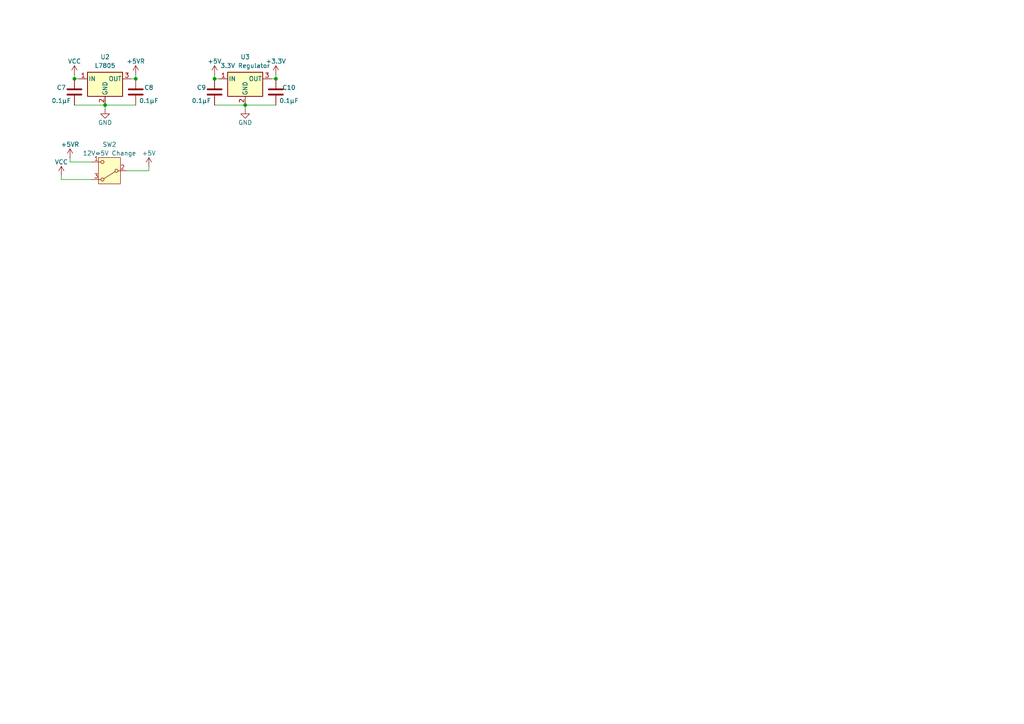
<source format=kicad_sch>
(kicad_sch (version 20250114) (generator "eeschema") (generator_version "9.0")
  (paper "A4")
  (lib_symbols
    (symbol "Device:C" (pin_numbers (hide yes)) (pin_names (offset 0.254))
      (property "Reference" "C" (at 0.635 2.54 0))
      (property "Value" "C" (at 0.635 -2.54 0))
      (symbol "C_0_1"
        (polyline (pts (xy -2.032 0.762) (xy 2.032 0.762)) (stroke (width 0.508)))
        (polyline (pts (xy -2.032 -0.762) (xy 2.032 -0.762)) (stroke (width 0.508)))
      )
      (symbol "C_1_1"
        (pin passive line (at 0 3.81 270) (length 2.794) (name "~") (number "1"))
        (pin passive line (at 0 -3.81 90) (length 2.794) (name "~") (number "2"))
      )
    )
    (symbol "Regulator_Linear:L7805" (pin_names (offset 0.254))
      (property "Reference" "U" (at -3.81 3.175 0))
      (property "Value" "L7805" (at 0 3.175 0))
      (symbol "L7805_0_1"
        (rectangle (start -5.08 1.905) (end 5.08 -5.08) (stroke (width 0.254)) (fill (type background)))
      )
      (symbol "L7805_1_1"
        (pin power_in line (at -7.62 0 0) (length 2.54) (name "IN") (number "1"))
        (pin power_in line (at 0 -7.62 90) (length 2.54) (name "GND") (number "2"))
        (pin power_out line (at 7.62 0 180) (length 2.54) (name "OUT") (number "3"))
      )
    )
    (symbol "Switch:SW_Nidec_CAS-120A1" (pin_names (offset 1) (hide yes))
      (property "Reference" "SW" (at 0 4.318 0))
      (property "Value" "SW_Nidec_CAS-120A1" (at 0 -5.08 0))
      (symbol "SW_Nidec_CAS-120A1_0_1"
        (circle (center -2.032 0) (radius 0.4572))
        (polyline (pts (xy -1.651 0.254) (xy 1.651 2.286)))
        (circle (center 2.032 2.54) (radius 0.4572))
        (circle (center 2.032 -2.54) (radius 0.4572))
      )
      (symbol "SW_Nidec_CAS-120A1_1_1"
        (rectangle (start -3.175 3.81) (end 3.175 -3.81) (fill (type background)))
        (pin passive line (at -5.08 0 0) (length 2.54) (name "B") (number "2"))
        (pin passive line (at 5.08 2.54 180) (length 2.54) (name "A") (number "3"))
        (pin passive line (at 5.08 -2.54 180) (length 2.54) (name "C") (number "1"))
      )
    )
    (symbol "power:+5V" (power) (pin_numbers (hide yes)) (pin_names (offset 0) (hide yes))
      (property "Value" "+5V" (at 0 3.556 0))
      (symbol "+5V_0_1"
        (polyline (pts (xy -0.762 1.27) (xy 0 2.54)))
        (polyline (pts (xy 0 2.54) (xy 0.762 1.27)))
        (polyline (pts (xy 0 0) (xy 0 2.54)))
      )
      (symbol "+5V_1_1"
        (pin power_in line (at 0 0 90) (length 0) (name "~") (number "1"))
      )
    )
    (symbol "power:GND" (power) (pin_numbers (hide yes)) (pin_names (offset 0) (hide yes))
      (property "Value" "GND" (at 0 -3.81 0))
      (symbol "GND_0_1"
        (polyline (pts (xy 0 0) (xy 0 -1.27) (xy 1.27 -1.27) (xy 0 -2.54) (xy -1.27 -1.27) (xy 0 -1.27)))
      )
      (symbol "GND_1_1"
        (pin power_in line (at 0 0 270) (length 0) (name "~") (number "1"))
      )
    )
    (symbol "power:VCC" (power) (pin_numbers (hide yes)) (pin_names (offset 0) (hide yes))
      (property "Value" "VCC" (at 0 3.556 0))
      (symbol "VCC_0_1"
        (polyline (pts (xy -0.762 1.27) (xy 0 2.54)))
        (polyline (pts (xy 0 2.54) (xy 0.762 1.27)))
        (polyline (pts (xy 0 0) (xy 0 2.54)))
      )
      (symbol "VCC_1_1"
        (pin power_in line (at 0 0 90) (length 0) (name "~") (number "1"))
      )
    )
  )
  (junction (at 39.37 22.86))
  (junction (at 30.48 30.48))
  (junction (at 21.59 22.86))
  (junction (at 71.12 30.48))
  (junction (at 80.01 22.86))
  (junction (at 62.23 22.86))
  (wire (pts (xy 39.37 22.86) (xy 38.1 22.86)))
  (wire (pts (xy 62.23 21.59) (xy 62.23 22.86)))
  (wire (pts (xy 20.32 46.99) (xy 20.32 45.72)))
  (wire (pts (xy 21.59 22.86) (xy 22.86 22.86)))
  (wire (pts (xy 43.18 49.53) (xy 36.83 49.53)))
  (wire (pts (xy 43.18 48.26) (xy 43.18 49.53)))
  (wire (pts (xy 30.48 30.48) (xy 39.37 30.48)))
  (wire (pts (xy 62.23 30.48) (xy 71.12 30.48)))
  (wire (pts (xy 30.48 30.48) (xy 30.48 31.75)))
  (wire (pts (xy 80.01 21.59) (xy 80.01 22.86)))
  (wire (pts (xy 17.78 50.8) (xy 17.78 52.07)))
  (wire (pts (xy 80.01 22.86) (xy 78.74 22.86)))
  (wire (pts (xy 20.32 46.99) (xy 26.67 46.99)))
  (wire (pts (xy 62.23 22.86) (xy 63.5 22.86)))
  (wire (pts (xy 21.59 30.48) (xy 30.48 30.48)))
  (wire (pts (xy 39.37 21.59) (xy 39.37 22.86)))
  (wire (pts (xy 71.12 30.48) (xy 80.01 30.48)))
  (wire (pts (xy 71.12 30.48) (xy 71.12 31.75)))
  (wire (pts (xy 21.59 21.59) (xy 21.59 22.86)))
  (wire (pts (xy 17.78 52.07) (xy 26.67 52.07)))
  (symbol (lib_id "power:VCC") (at 62.23 21.59 0) (unit 1)
    (property "Reference" "#PWR015" (effects (hide yes)))
    (property "Value" "+5V" (at 62.23 17.78 0))
    (property "Description" "Power symbol creates a global label with name \"VCC\"" (effects (hide yes)))
  )
  (symbol (lib_id "power:+5V") (at 80.01 21.59 0) (unit 1)
    (property "Reference" "#PWR016" (effects (hide yes)))
    (property "Value" "+3.3V" (at 80.01 17.78 0))
    (property "Description" "Power symbol creates a global label with name \"+5V\"" (effects (hide yes)))
  )
  (symbol (lib_id "Device:C") (at 21.59 26.67 0) (mirror y) (unit 1)
    (property "Reference" "C7" (at 17.78 25.4 0))
    (property "Value" "0.1μF" (at 17.78 29.21 0))
    (property "Footprint" "Capacitor_SMD:C_0603_1608Metric" (effects (hide yes)))
    (property "Description" "Unpolarized capacitor" (effects (hide yes)))
  )
  (symbol (lib_id "power:+5V") (at 20.32 45.72 0) (unit 1)
    (property "Reference" "#PWR020" (effects (hide yes)))
    (property "Value" "+5VR" (at 20.32 41.91 0))
    (property "Description" "Power symbol creates a global label with name \"+5V\"" (effects (hide yes)))
  )
  (symbol (lib_id "Switch:SW_Nidec_CAS-120A1") (at 31.75 49.53 180) (unit 1)
    (property "Reference" "SW2" (at 31.75 41.91 0))
    (property "Value" "12V⇔5V Change" (at 31.75 44.45 0))
    (property "Footprint" "Connector_PinHeader_2.54mm:PinHeader_1x03_P2.54mm_Vertical" (effects (hide yes)))
    (property "Datasheet" "https://www.nidec-components.com/e/catalog/switch/cas.pdf" (effects (hide yes)))
    (property "Description" "Switch, single pole double throw" (effects (hide yes)))
  )
  (symbol (lib_id "power:VCC") (at 21.59 21.59 0) (unit 1)
    (property "Reference" "#PWR012" (effects (hide yes)))
    (property "Value" "VCC" (at 21.59 17.78 0))
    (property "Description" "Power symbol creates a global label with name \"VCC\"" (effects (hide yes)))
  )
  (symbol (lib_id "power:GND") (at 30.48 31.75 0) (unit 1)
    (property "Reference" "#PWR013" (effects (hide yes)))
    (property "Value" "GND" (at 30.48 35.56 0))
    (property "Description" "Power symbol creates a global label with name \"GND\" , ground" (effects (hide yes)))
  )
  (symbol (lib_id "Device:C") (at 80.01 26.67 0) (unit 1)
    (property "Reference" "C10" (at 83.82 25.4 0))
    (property "Value" "0.1μF" (at 83.82 29.21 0))
    (property "Footprint" "Capacitor_SMD:C_0603_1608Metric" (effects (hide yes)))
    (property "Description" "Unpolarized capacitor" (effects (hide yes)))
  )
  (symbol (lib_id "Device:C") (at 39.37 26.67 0) (unit 1)
    (property "Reference" "C8" (at 43.18 25.4 0))
    (property "Value" "0.1μF" (at 43.18 29.21 0))
    (property "Footprint" "Capacitor_SMD:C_0603_1608Metric" (effects (hide yes)))
    (property "Description" "Unpolarized capacitor" (effects (hide yes)))
  )
  (symbol (lib_id "Regulator_Linear:L7805") (at 71.12 22.86 0) (unit 1)
    (property "Reference" "U3" (at 71.12 16.51 0))
    (property "Value" "3.3V Regulator" (at 71.12 19.05 0))
    (property "Footprint" "Package_TO_SOT_SMD:TO-252-2" (effects (hide yes)))
    (property "Datasheet" "http://www.st.com/content/ccc/resource/technical/document/datasheet/41/4f/b3/b0/12/d4/47/88/CD00000444.pdf/files/CD00000444.pdf/jcr:content/translations/en.CD00000444.pdf" (effects (hide yes)))
    (property "Description" "Positive 1.5A 35V Linear Regulator, Fixed Output 5V, TO-220/TO-263/TO-252" (effects (hide yes)))
  )
  (symbol (lib_id "Device:C") (at 62.23 26.67 0) (mirror y) (unit 1)
    (property "Reference" "C9" (at 58.42 25.4 0))
    (property "Value" "0.1μF" (at 58.42 29.21 0))
    (property "Footprint" "Capacitor_SMD:C_0603_1608Metric" (effects (hide yes)))
    (property "Description" "Unpolarized capacitor" (effects (hide yes)))
  )
  (symbol (lib_id "power:+5V") (at 39.37 21.59 0) (unit 1)
    (property "Reference" "#PWR014" (effects (hide yes)))
    (property "Value" "+5VR" (at 39.37 17.78 0))
    (property "Description" "Power symbol creates a global label with name \"+5V\"" (effects (hide yes)))
  )
  (symbol (lib_id "Regulator_Linear:L7805") (at 30.48 22.86 0) (unit 1)
    (property "Reference" "U2" (at 30.48 16.51 0))
    (property "Value" "L7805" (at 30.48 19.05 0))
    (property "Footprint" "Package_TO_SOT_SMD:TO-252-2" (effects (hide yes)))
    (property "Datasheet" "http://www.st.com/content/ccc/resource/technical/document/datasheet/41/4f/b3/b0/12/d4/47/88/CD00000444.pdf/files/CD00000444.pdf/jcr:content/translations/en.CD00000444.pdf" (effects (hide yes)))
    (property "Description" "Positive 1.5A 35V Linear Regulator, Fixed Output 5V, TO-220/TO-263/TO-252" (effects (hide yes)))
  )
  (symbol (lib_id "power:GND") (at 71.12 31.75 0) (unit 1)
    (property "Reference" "#PWR017" (effects (hide yes)))
    (property "Value" "GND" (at 71.12 35.56 0))
    (property "Description" "Power symbol creates a global label with name \"GND\" , ground" (effects (hide yes)))
  )
  (symbol (lib_id "power:VCC") (at 17.78 50.8 0) (unit 1)
    (property "Reference" "#PWR019" (effects (hide yes)))
    (property "Value" "VCC" (at 17.78 46.99 0))
    (property "Description" "Power symbol creates a global label with name \"VCC\"" (effects (hide yes)))
  )
  (symbol (lib_id "power:+5V") (at 43.18 48.26 0) (unit 1)
    (property "Reference" "#PWR018" (effects (hide yes)))
    (property "Value" "+5V" (at 43.18 44.45 0))
    (property "Description" "Power symbol creates a global label with name \"+5V\"" (effects (hide yes)))
  )
)
</source>
